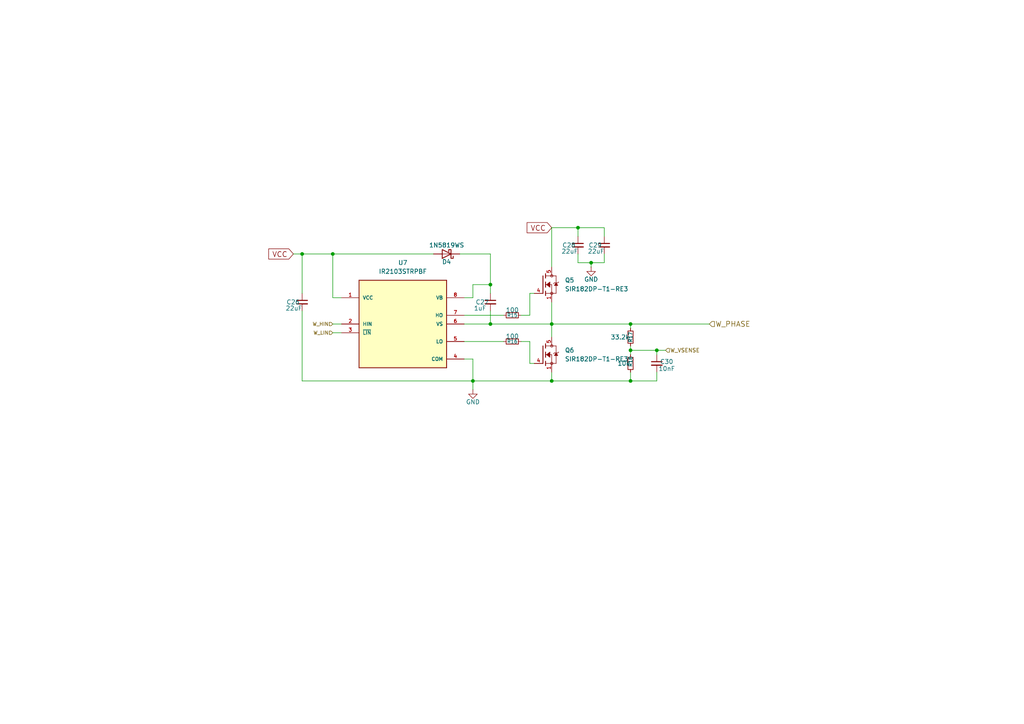
<source format=kicad_sch>
(kicad_sch (version 20250114) (generator "eeschema") (generator_version "9.0")
  (paper "A4")
  (lib_symbols
    (symbol "Device:C_Small" (pin_numbers (hide yes)) (pin_names (offset 0.254) (hide yes))
      (property "Reference" "C" (at 0.254 1.778 0))
      (property "Value" "C_Small" (at 0.254 -2.032 0))
      (symbol "C_Small_0_1"
        (polyline (pts (xy -1.524 0.508) (xy 1.524 0.508)) (stroke (width 0.3048)))
        (polyline (pts (xy -1.524 -0.508) (xy 1.524 -0.508)) (stroke (width 0.3302)))
      )
      (symbol "C_Small_1_1"
        (pin passive line (at 0 2.54 270) (length 2.032) (name "~") (number "1"))
        (pin passive line (at 0 -2.54 90) (length 2.032) (name "~") (number "2"))
      )
    )
    (symbol "Device:R_Small" (pin_numbers (hide yes)) (pin_names (offset 0.254) (hide yes))
      (property "Reference" "R" (at 0 0 90))
      (property "Value" "R_Small" (at 1.778 0 90))
      (symbol "R_Small_0_1"
        (rectangle (start -0.762 1.778) (end 0.762 -1.778) (stroke (width 0.2032)))
      )
      (symbol "R_Small_1_1"
        (pin passive line (at 0 2.54 270) (length 0.762) (name "~") (number "1"))
        (pin passive line (at 0 -2.54 90) (length 0.762) (name "~") (number "2"))
      )
    )
    (symbol "Diode:1N5819WS" (pin_numbers (hide yes)) (pin_names (offset 1.016) (hide yes))
      (property "Reference" "D" (at 0 2.54 0))
      (property "Value" "1N5819WS" (at 0 -2.54 0))
      (symbol "1N5819WS_0_1"
        (polyline (pts (xy -1.905 0.635) (xy -1.905 1.27) (xy -1.27 1.27) (xy -1.27 -1.27) (xy -0.635 -1.27) (xy -0.635 -0.635)) (stroke (width 0.254)))
        (polyline (pts (xy 1.27 1.27) (xy 1.27 -1.27) (xy -1.27 0) (xy 1.27 1.27)) (stroke (width 0.254)))
        (polyline (pts (xy 1.27 0) (xy -1.27 0)))
      )
      (symbol "1N5819WS_1_1"
        (pin passive line (at -3.81 0 0) (length 2.54) (name "K") (number "1"))
        (pin passive line (at 3.81 0 180) (length 2.54) (name "A") (number "2"))
      )
    )
    (symbol "ESC:SIR182DP-T1-RE3" (pin_names (offset 1.016))
      (property "Reference" "Q1" (at 5.08 1.2701 0))
      (property "Value" "SIR182DP-T1-RE3" (at 5.08 -1.2699 0))
      (symbol "SIR182DP-T1-RE3_0_0"
        (polyline (pts (xy -1.27 2.54) (xy -1.27 -2.54)) (stroke (width 0.254)))
        (polyline (pts (xy -0.508 3.175) (xy -0.508 2.54)) (stroke (width 0.254)))
        (polyline (pts (xy -0.508 2.54) (xy -0.508 1.905)) (stroke (width 0.254)))
        (polyline (pts (xy -0.508 2.54) (xy 2.54 2.54)) (stroke (width 0.1524)))
        (polyline (pts (xy -0.508 0.762) (xy -0.508 0)) (stroke (width 0.254)))
        (polyline (pts (xy -0.508 0) (xy -0.508 -0.762)) (stroke (width 0.254)))
        (polyline (pts (xy -0.508 0) (xy 1.27 0)) (stroke (width 0.1524)))
        (polyline (pts (xy -0.508 -1.905) (xy -0.508 -3.175)) (stroke (width 0.254)))
        (polyline (pts (xy -0.254 0) (xy 0.762 0.762) (xy 0.762 -0.762) (xy -0.254 0)) (stroke (width 0.1524)) (fill (type outline)))
        (circle (center 1.27 2.54) (radius 0.3592))
        (polyline (pts (xy 1.27 0) (xy 1.27 -2.54)) (stroke (width 0.1524)))
        (circle (center 1.27 -2.54) (radius 0.3592))
        (polyline (pts (xy 2.032 0.508) (xy 1.778 0.254)) (stroke (width 0.1524)))
        (polyline (pts (xy 2.54 2.54) (xy 2.54 0.508)) (stroke (width 0.1524)))
        (polyline (pts (xy 2.54 0.508) (xy 2.032 0.508)) (stroke (width 0.1524)))
        (polyline (pts (xy 2.54 0.508) (xy 2.54 -2.54)) (stroke (width 0.1524)))
        (polyline (pts (xy 2.54 0.508) (xy 2.032 -0.254) (xy 3.048 -0.254) (xy 2.54 0.508)) (stroke (width 0.1524)) (fill (type outline)))
        (polyline (pts (xy 2.54 -2.54) (xy -0.508 -2.54)) (stroke (width 0.1524)))
        (polyline (pts (xy 3.048 0.508) (xy 2.54 0.508)) (stroke (width 0.1524)))
        (polyline (pts (xy 3.302 0.762) (xy 3.048 0.508)) (stroke (width 0.1524)))
        (pin passive line (at -3.81 -2.54 0) (length 2.54) (name "~") (number "4"))
        (pin passive line (at 1.27 5.08 270) (length 2.54) (name "~") (number "5"))
        (pin passive line (at 1.27 5.08 270) (length 2.54) (hide yes) (name "~") (number "6"))
        (pin passive line (at 1.27 5.08 270) (length 2.54) (hide yes) (name "~") (number "7"))
        (pin passive line (at 1.27 5.08 270) (length 2.54) (hide yes) (name "~") (number "8"))
        (pin passive line (at 1.27 5.08 270) (length 2.54) (hide yes) (name "~") (number "9"))
        (pin passive line (at 1.27 -5.08 90) (length 2.54) (name "~") (number "1"))
        (pin passive line (at 1.27 -5.08 90) (length 2.54) (hide yes) (name "~") (number "2"))
        (pin passive line (at 1.27 -5.08 90) (length 2.54) (hide yes) (name "~") (number "3"))
      )
    )
    (symbol "IR2103STRPBF_1" (pin_names (offset 1.016))
      (property "Reference" "U1" (at 0 17.78 0))
      (property "Value" "IR2103STRPBF" (at 0 15.24 0))
      (symbol "IR2103STRPBF_1_0_0"
        (rectangle (start -12.7 12.7) (end 12.7 -12.7) (stroke (width 0.254)) (fill (type background)))
        (pin power_in line (at -17.78 7.62 0) (length 5.08) (name "VCC") (number "1"))
        (pin input line (at -17.78 0 0) (length 5.08) (name "HIN") (number "2"))
        (pin input line (at -17.78 -2.54 0) (length 5.08) (name "~{LIN}") (number "3"))
        (pin power_in line (at 17.78 7.62 180) (length 5.08) (name "VB") (number "8"))
        (pin output line (at 17.78 2.54 180) (length 5.08) (name "HO") (number "7"))
        (pin output line (at 17.78 0 180) (length 5.08) (name "VS") (number "6"))
        (pin output line (at 17.78 -5.08 180) (length 5.08) (name "LO") (number "5"))
        (pin power_in line (at 17.78 -10.16 180) (length 5.08) (name "COM") (number "4"))
      )
    )
    (symbol "power:GND" (power) (pin_numbers (hide yes)) (pin_names (offset 0) (hide yes))
      (property "Value" "GND" (at 0 -3.81 0))
      (symbol "GND_0_1"
        (polyline (pts (xy 0 0) (xy 0 -1.27) (xy 1.27 -1.27) (xy 0 -2.54) (xy -1.27 -1.27) (xy 0 -1.27)))
      )
      (symbol "GND_1_1"
        (pin power_in line (at 0 0 270) (length 0) (name "~") (number "1"))
      )
    )
  )
  (junction (at 171.45 76.2))
  (junction (at 87.63 73.66))
  (junction (at 137.16 110.49))
  (junction (at 142.24 93.98))
  (junction (at 182.88 93.98))
  (junction (at 167.64 66.04))
  (junction (at 142.24 82.55))
  (junction (at 160.02 110.49))
  (junction (at 182.88 101.6))
  (junction (at 182.88 110.49))
  (junction (at 160.02 93.98))
  (junction (at 96.52 73.66))
  (junction (at 190.5 101.6))
  (wire (pts (xy 137.16 86.36) (xy 137.16 82.55)))
  (wire (pts (xy 190.5 101.6) (xy 193.04 101.6)))
  (wire (pts (xy 137.16 110.49) (xy 87.63 110.49)))
  (wire (pts (xy 182.88 101.6) (xy 182.88 102.87)))
  (wire (pts (xy 171.45 76.2) (xy 171.45 77.47)))
  (wire (pts (xy 137.16 110.49) (xy 160.02 110.49)))
  (wire (pts (xy 142.24 93.98) (xy 160.02 93.98)))
  (wire (pts (xy 182.88 100.33) (xy 182.88 101.6)))
  (wire (pts (xy 137.16 104.14) (xy 137.16 110.49)))
  (wire (pts (xy 182.88 101.6) (xy 190.5 101.6)))
  (wire (pts (xy 153.67 99.06) (xy 153.67 105.41)))
  (wire (pts (xy 153.67 105.41) (xy 154.94 105.41)))
  (wire (pts (xy 142.24 73.66) (xy 142.24 82.55)))
  (wire (pts (xy 96.52 73.66) (xy 125.73 73.66)))
  (wire (pts (xy 171.45 76.2) (xy 175.26 76.2)))
  (wire (pts (xy 87.63 85.09) (xy 87.63 73.66)))
  (wire (pts (xy 134.62 86.36) (xy 137.16 86.36)))
  (wire (pts (xy 175.26 66.04) (xy 175.26 68.58)))
  (wire (pts (xy 134.62 99.06) (xy 146.05 99.06)))
  (wire (pts (xy 134.62 104.14) (xy 137.16 104.14)))
  (wire (pts (xy 190.5 107.95) (xy 190.5 110.49)))
  (wire (pts (xy 137.16 82.55) (xy 142.24 82.55)))
  (wire (pts (xy 151.13 99.06) (xy 153.67 99.06)))
  (wire (pts (xy 190.5 101.6) (xy 190.5 102.87)))
  (wire (pts (xy 96.52 96.52) (xy 99.06 96.52)))
  (wire (pts (xy 134.62 93.98) (xy 142.24 93.98)))
  (wire (pts (xy 142.24 82.55) (xy 142.24 85.09)))
  (wire (pts (xy 167.64 66.04) (xy 175.26 66.04)))
  (wire (pts (xy 142.24 90.17) (xy 142.24 93.98)))
  (wire (pts (xy 160.02 93.98) (xy 182.88 93.98)))
  (wire (pts (xy 182.88 93.98) (xy 182.88 95.25)))
  (wire (pts (xy 190.5 110.49) (xy 182.88 110.49)))
  (wire (pts (xy 160.02 66.04) (xy 160.02 77.47)))
  (wire (pts (xy 160.02 110.49) (xy 160.02 107.95)))
  (wire (pts (xy 182.88 110.49) (xy 160.02 110.49)))
  (wire (pts (xy 96.52 86.36) (xy 96.52 73.66)))
  (wire (pts (xy 182.88 93.98) (xy 205.74 93.98)))
  (wire (pts (xy 153.67 85.09) (xy 154.94 85.09)))
  (wire (pts (xy 96.52 93.98) (xy 99.06 93.98)))
  (wire (pts (xy 99.06 86.36) (xy 96.52 86.36)))
  (wire (pts (xy 153.67 85.09) (xy 153.67 91.44)))
  (wire (pts (xy 87.63 73.66) (xy 96.52 73.66)))
  (wire (pts (xy 167.64 76.2) (xy 167.64 73.66)))
  (wire (pts (xy 134.62 91.44) (xy 146.05 91.44)))
  (wire (pts (xy 85.09 73.66) (xy 87.63 73.66)))
  (wire (pts (xy 137.16 110.49) (xy 137.16 113.03)))
  (wire (pts (xy 87.63 110.49) (xy 87.63 90.17)))
  (wire (pts (xy 160.02 93.98) (xy 160.02 87.63)))
  (wire (pts (xy 167.64 76.2) (xy 171.45 76.2)))
  (wire (pts (xy 153.67 91.44) (xy 151.13 91.44)))
  (wire (pts (xy 160.02 93.98) (xy 160.02 97.79)))
  (wire (pts (xy 182.88 107.95) (xy 182.88 110.49)))
  (wire (pts (xy 167.64 66.04) (xy 167.64 68.58)))
  (wire (pts (xy 175.26 76.2) (xy 175.26 73.66)))
  (wire (pts (xy 160.02 66.04) (xy 167.64 66.04)))
  (wire (pts (xy 133.35 73.66) (xy 142.24 73.66)))
  (global_label "VCC" (shape input) (at 85.09 73.66 180) (effects (font (size 1.5 1.5))) (property "Intersheetrefs" "${INTERSHEET_REFS}" (effects (hide yes))))
  (global_label "VCC" (shape input) (at 160.02 66.04 180) (effects (font (size 1.5 1.5))) (property "Intersheetrefs" "${INTERSHEET_REFS}" (effects (hide yes))))
  (hierarchical_label "W_PHASE" (shape input) (at 205.74 93.98 0) (effects (font (size 1.5 1.5))))
  (hierarchical_label "W_LIN" (shape input) (at 96.52 96.52 180) (effects (font (size 1.016 1.016))))
  (hierarchical_label "W_HIN" (shape input) (at 96.52 93.98 180) (effects (font (size 1.016 1.016))))
  (hierarchical_label "W_VSENSE" (shape input) (at 193.04 101.6 0) (effects (font (size 1.125 1.125))))
  (symbol (lib_id "Device:R_Small") (at 148.59 99.06 270) (unit 1)
    (property "Reference" "R16" (at 148.59 99.06 90) (effects (font (size 1.016 1.016))))
    (property "Value" "100" (at 148.59 97.536 90))
    (property "Footprint" "Resistor_SMD:R_1206_3216Metric" (effects (hide yes)))
    (property "Description" "Resistor, small symbol" (effects (hide yes)))
  )
  (symbol (lib_id "Device:C_Small") (at 167.64 71.12 0) (unit 1)
    (property "Reference" "C28" (at 163.068 71.12 0) (effects (justify left)))
    (property "Value" "22uF" (at 162.814 72.898 0) (effects (justify left)))
    (property "Footprint" "Capacitor_SMD:C_1206_3216Metric" (effects (hide yes)))
    (property "Description" "Unpolarized capacitor, small symbol" (effects (hide yes)))
  )
  (symbol (lib_id "Device:R_Small") (at 148.59 91.44 270) (unit 1)
    (property "Reference" "R15" (at 148.59 91.44 90) (effects (font (size 1.016 1.016))))
    (property "Value" "100" (at 148.59 89.916 90))
    (property "Footprint" "Resistor_SMD:R_1206_3216Metric" (effects (hide yes)))
    (property "Description" "Resistor, small symbol" (effects (hide yes)))
  )
  (symbol (lib_id "ESC:SIR182DP-T1-RE3") (at 158.75 102.87 0) (unit 1)
    (property "Reference" "Q6" (at 163.83 101.5999 0) (effects (justify left)))
    (property "Value" "SIR182DP-T1-RE3" (at 163.83 104.1399 0) (effects (justify left)))
    (property "Footprint" "esc-land-patterns:TRANS_SIR182DP-T1-RE3" (effects (hide yes)))
    (property "PARTREV" "B" (effects (hide yes)))
    (property "MF" "Vishay" (effects (hide yes)))
    (property "STANDARD" "Manufacturer Recommendations" (effects (hide yes)))
  )
  (symbol (lib_id "Device:C_Small") (at 175.26 71.12 0) (unit 1)
    (property "Reference" "C29" (at 170.688 71.12 0) (effects (justify left)))
    (property "Value" "22uF" (at 170.434 72.898 0) (effects (justify left)))
    (property "Footprint" "Capacitor_SMD:C_1206_3216Metric" (effects (hide yes)))
    (property "Description" "Unpolarized capacitor, small symbol" (effects (hide yes)))
  )
  (symbol (lib_id "ESC:SIR182DP-T1-RE3") (at 158.75 82.55 0) (unit 1)
    (property "Reference" "Q5" (at 163.83 81.2799 0) (effects (justify left)))
    (property "Value" "SIR182DP-T1-RE3" (at 163.83 83.8199 0) (effects (justify left)))
    (property "Footprint" "esc-land-patterns:TRANS_SIR182DP-T1-RE3" (effects (hide yes)))
    (property "PARTREV" "B" (effects (hide yes)))
    (property "MF" "Vishay" (effects (hide yes)))
    (property "STANDARD" "Manufacturer Recommendations" (effects (hide yes)))
  )
  (symbol (lib_id "power:GND") (at 171.45 77.47 0) (unit 1)
    (property "Reference" "#PWR016" (effects (hide yes)))
    (property "Value" "GND" (at 171.45 81.026 0))
    (property "Description" "Power symbol creates a global label with name \"GND\" , ground" (effects (hide yes)))
  )
  (symbol (lib_name "IR2103STRPBF_1") (lib_id "ESC:IR2103STRPBF") (at 116.84 93.98 0) (unit 1)
    (property "Reference" "U7" (at 116.84 76.2 0))
    (property "Value" "IR2103STRPBF" (at 116.84 78.74 0))
    (property "Footprint" "esc-land-patterns:SOIC127P600X175-8N" (effects (hide yes)))
    (property "PARTREV" "April 18, 2013" (effects (hide yes)))
    (property "STANDARD" "IPC-7351B" (effects (hide yes)))
    (property "MAXIMUM_PACKAGE_HEIGHT" "1.75mm" (effects (hide yes)))
    (property "MANUFACTURER" "Infineon" (effects (hide yes)))
  )
  (symbol (lib_id "Device:C_Small") (at 190.5 105.41 0) (mirror y) (unit 1)
    (property "Reference" "C30" (at 195.326 104.902 0) (effects (justify left)))
    (property "Value" "10nF" (at 195.834 106.934 0) (effects (justify left)))
    (property "Footprint" "Capacitor_SMD:C_0603_1608Metric" (effects (hide yes)))
    (property "Description" "Unpolarized capacitor, small symbol" (effects (hide yes)))
  )
  (symbol (lib_id "Diode:1N5819WS") (at 129.54 73.66 180) (unit 1)
    (property "Reference" "D4" (at 129.54 75.946 0))
    (property "Value" "1N5819WS" (at 129.54 71.12 0))
    (property "Footprint" "Diode_SMD:D_SOD-323" (effects (hide yes)))
    (property "Datasheet" "https://datasheet.lcsc.com/lcsc/2204281430_Guangdong-Hottech-1N5819WS_C191023.pdf" (effects (hide yes)))
    (property "Description" "40V 600mV@1A 1A SOD-323 Schottky Barrier Diodes, SOD-323" (effects (hide yes)))
  )
  (symbol (lib_id "Device:C_Small") (at 87.63 87.63 0) (unit 1)
    (property "Reference" "C26" (at 83.058 87.63 0) (effects (justify left)))
    (property "Value" "22uF" (at 82.804 89.408 0) (effects (justify left)))
    (property "Footprint" "Capacitor_SMD:C_1206_3216Metric" (effects (hide yes)))
    (property "Description" "Unpolarized capacitor, small symbol" (effects (hide yes)))
  )
  (symbol (lib_id "Device:C_Small") (at 142.24 87.63 0) (unit 1)
    (property "Reference" "C27" (at 137.922 87.63 0) (effects (justify left)))
    (property "Value" "1uF" (at 137.414 89.408 0) (effects (justify left)))
    (property "Footprint" "Capacitor_SMD:C_0805_2012Metric" (effects (hide yes)))
    (property "Description" "Unpolarized capacitor, small symbol" (effects (hide yes)))
  )
  (symbol (lib_id "Device:R_Small") (at 182.88 97.79 0) (unit 1)
    (property "Reference" "R17" (at 182.88 97.79 90) (effects (font (size 1.016 1.016))))
    (property "Value" "33.2k" (at 179.832 97.79 0))
    (property "Footprint" "Resistor_SMD:R_0805_2012Metric" (effects (hide yes)))
    (property "Description" "Resistor, small symbol" (effects (hide yes)))
  )
  (symbol (lib_id "power:GND") (at 137.16 113.03 0) (unit 1)
    (property "Reference" "#PWR015" (effects (hide yes)))
    (property "Value" "GND" (at 137.16 116.586 0))
    (property "Description" "Power symbol creates a global label with name \"GND\" , ground" (effects (hide yes)))
  )
  (symbol (lib_id "Device:R_Small") (at 182.88 105.41 0) (unit 1)
    (property "Reference" "R18" (at 182.88 106.426 90) (effects (font (size 1.016 1.016)) (justify left)))
    (property "Value" "10k" (at 179.07 105.41 0) (effects (justify left)))
    (property "Footprint" "Resistor_SMD:R_0805_2012Metric" (effects (hide yes)))
    (property "Description" "Resistor, small symbol" (effects (hide yes)))
  )
)
</source>
